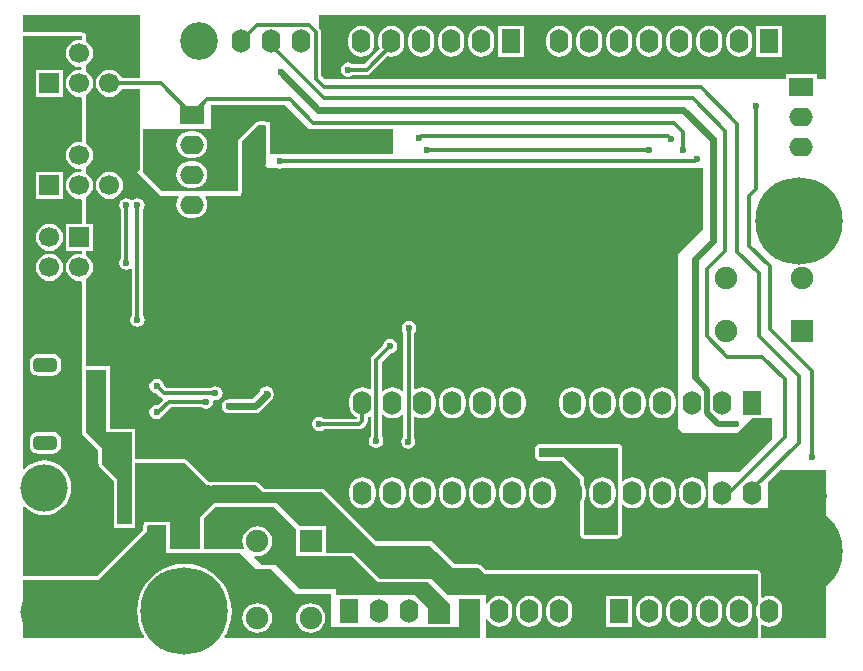
<source format=gbl>
G04 Layer_Physical_Order=2*
G04 Layer_Color=16711680*
%FSLAX44Y44*%
%MOMM*%
G71*
G01*
G75*
%ADD26R,1.9000X1.9000*%
%ADD32C,0.6000*%
%ADD34C,0.3000*%
%ADD36C,0.5000*%
%ADD37C,0.4000*%
%ADD38O,1.6000X2.0000*%
%ADD39R,1.6000X2.0000*%
%ADD40C,3.2000*%
%ADD41C,7.4000*%
%ADD42C,4.0000*%
%ADD43C,1.7000*%
%ADD44R,1.7000X1.7000*%
G04:AMPARAMS|DCode=45|XSize=2mm|YSize=1.2mm|CornerRadius=0.36mm|HoleSize=0mm|Usage=FLASHONLY|Rotation=0.000|XOffset=0mm|YOffset=0mm|HoleType=Round|Shape=RoundedRectangle|*
%AMROUNDEDRECTD45*
21,1,2.0000,0.4800,0,0,0.0*
21,1,1.2800,1.2000,0,0,0.0*
1,1,0.7200,0.6400,-0.2400*
1,1,0.7200,-0.6400,-0.2400*
1,1,0.7200,-0.6400,0.2400*
1,1,0.7200,0.6400,0.2400*
%
%ADD45ROUNDEDRECTD45*%
%ADD46R,2.0000X1.6000*%
%ADD47O,2.0000X1.6000*%
%ADD48C,1.9000*%
%ADD49R,1.9000X1.9000*%
%ADD50C,0.6000*%
G36*
X73000Y230000D02*
X73000Y177000D01*
X80909D01*
X81500Y176882D01*
X82091Y177000D01*
X95000Y177000D01*
Y99000D01*
X94351D01*
X82941Y99000D01*
Y137059D01*
X70000Y150000D01*
X70000Y163000D01*
X56000Y177000D01*
X56000Y230000D01*
X73000Y230000D01*
D02*
G37*
G36*
X234000Y95000D02*
Y72652D01*
X234000Y72652D01*
Y72250D01*
X235000Y72000D01*
X235166Y72000D01*
X282000Y72000D01*
X304000Y50000D01*
X346000Y50000D01*
X365000Y31000D01*
Y15059D01*
X346000D01*
X346000Y28000D01*
X335000Y39000D01*
X268000Y39000D01*
X268000Y44000D01*
X238000D01*
X217000Y65000D01*
X205000D01*
X198781Y71219D01*
X199374Y72422D01*
X201500Y72142D01*
X204763Y72572D01*
X207804Y73831D01*
X210415Y75835D01*
X212419Y78446D01*
X213678Y81487D01*
X214108Y84750D01*
X213678Y88013D01*
X212419Y91054D01*
X210415Y93665D01*
X207804Y95669D01*
X204763Y96928D01*
X201500Y97358D01*
X198237Y96928D01*
X195196Y95669D01*
X192585Y93665D01*
X190581Y91054D01*
X189322Y88013D01*
X188892Y84750D01*
X189322Y81487D01*
X190240Y79270D01*
X189391Y78000D01*
X186296D01*
X186000Y78059D01*
X186000Y78059D01*
X167721D01*
X167523Y78019D01*
X167322Y78033D01*
X167074Y78000D01*
X166926D01*
X166678Y78033D01*
X166477Y78019D01*
X166279Y78059D01*
X156000Y78059D01*
Y104000D01*
X166000Y114000D01*
X215000D01*
X234000Y95000D01*
D02*
G37*
G36*
X102000Y477028D02*
X86747D01*
X86245Y478240D01*
X84402Y480642D01*
X82000Y482485D01*
X79202Y483644D01*
X76200Y484039D01*
X73198Y483644D01*
X70400Y482485D01*
X67998Y480642D01*
X66155Y478240D01*
X64996Y475442D01*
X64601Y472440D01*
X64996Y469438D01*
X66155Y466640D01*
X67998Y464238D01*
X70400Y462395D01*
X73198Y461236D01*
X76200Y460841D01*
X79202Y461236D01*
X82000Y462395D01*
X84402Y464238D01*
X86245Y466640D01*
X86747Y467852D01*
X102000D01*
Y434296D01*
X101941Y434000D01*
X101941Y398941D01*
X100000Y397000D01*
X120000Y377000D01*
X134224D01*
X134786Y375861D01*
X134391Y375347D01*
X133283Y372672D01*
X132905Y369800D01*
X133283Y366928D01*
X134391Y364253D01*
X136155Y361955D01*
X138453Y360191D01*
X141128Y359083D01*
X144000Y358705D01*
X148000D01*
X150872Y359083D01*
X153547Y360191D01*
X155845Y361955D01*
X157608Y364253D01*
X158717Y366928D01*
X159095Y369800D01*
X158717Y372672D01*
X157608Y375347D01*
X157214Y375861D01*
X157776Y377000D01*
X188000D01*
Y379342D01*
X188326Y379829D01*
X188559Y381000D01*
X188559Y415153D01*
X188500Y415448D01*
Y415750D01*
X188251Y417000D01*
X188500Y418251D01*
Y418552D01*
X188559Y418847D01*
Y423233D01*
X202267Y436941D01*
X202682D01*
X202977Y437000D01*
X203278D01*
X203557Y437115D01*
X203852Y437174D01*
X203952Y437241D01*
X205250Y437499D01*
X206548Y437241D01*
X206648Y437174D01*
X206943Y437115D01*
X207222Y437000D01*
X207523Y437000D01*
X207818Y436941D01*
X208043D01*
X208941Y436043D01*
X208941Y413000D01*
X209000Y412705D01*
Y404000D01*
X208000Y403000D01*
X210000Y401000D01*
X217307D01*
X217909Y400598D01*
X220250Y400132D01*
X222591Y400598D01*
X223193Y401000D01*
X579000Y401000D01*
X579000Y349000D01*
X558000Y328000D01*
X558000Y180000D01*
X562000Y176000D01*
X607800Y176000D01*
X621161Y188930D01*
X631650D01*
Y189000D01*
X637000D01*
X637000Y171000D01*
X609000Y143000D01*
X583000Y143000D01*
Y114000D01*
X584000Y113000D01*
X592478D01*
X595250Y112635D01*
X598022Y113000D01*
X617878D01*
X620650Y112635D01*
X623422Y113000D01*
X634000D01*
Y135000D01*
X644000Y145000D01*
X683000D01*
Y3000D01*
X628059D01*
X628059Y13425D01*
X629198Y13987D01*
X629453Y13792D01*
X632128Y12683D01*
X635000Y12305D01*
X637872Y12683D01*
X640547Y13792D01*
X642845Y15555D01*
X644609Y17852D01*
X645717Y20528D01*
X646095Y23400D01*
Y27400D01*
X645717Y30272D01*
X644609Y32947D01*
X642845Y35245D01*
X640547Y37009D01*
X637872Y38117D01*
X635000Y38495D01*
X632128Y38117D01*
X629453Y37009D01*
X629198Y36813D01*
X628059Y37375D01*
X628059Y57000D01*
X627826Y58171D01*
X627163Y59163D01*
X626171Y59826D01*
X625000Y60059D01*
X619295D01*
X619000Y60118D01*
X618705Y60059D01*
X612295D01*
X612000Y60118D01*
X611705Y60059D01*
X417591Y60059D01*
X417295Y60000D01*
X416705D01*
X416409Y60059D01*
X409591Y60059D01*
X409296Y60000D01*
X409006Y60000D01*
X408704Y60000D01*
X408409Y60059D01*
X400591D01*
X400295Y60000D01*
X399705D01*
X399409Y60059D01*
X395107D01*
X394110Y60890D01*
X390000Y65000D01*
X388296D01*
X388000Y65059D01*
X368941D01*
X349000Y85000D01*
X302000Y85000D01*
X258000Y129000D01*
X256295D01*
X256000Y129059D01*
X256000Y129059D01*
X207941Y129059D01*
X203000Y134000D01*
X202326D01*
X202163Y134163D01*
X202163Y134163D01*
X201171Y134826D01*
X200000Y135059D01*
X200000Y135059D01*
X163848Y135059D01*
X163552Y135000D01*
X163251D01*
X162000Y134751D01*
X160749Y135000D01*
X160448D01*
X160296Y135030D01*
X142163Y153163D01*
X142163Y153163D01*
X141171Y153826D01*
X140000Y154059D01*
X140000Y154059D01*
X128591D01*
X128296Y154000D01*
X127704D01*
X127409Y154059D01*
X118591Y154059D01*
X118296Y154000D01*
X118006Y154000D01*
X117704Y154000D01*
X117409Y154059D01*
X108591D01*
X108295Y154000D01*
X107704D01*
X107409Y154059D01*
X98059D01*
Y177000D01*
X98000Y177295D01*
Y180000D01*
X95295D01*
X95000Y180059D01*
X82091Y180059D01*
X81796Y180000D01*
X81205D01*
X80909Y180059D01*
X77000D01*
Y233000D01*
X73295D01*
X73000Y233059D01*
X56059Y233059D01*
Y304327D01*
X56039Y304427D01*
X56052Y304527D01*
X56000Y304722D01*
Y306306D01*
X56600Y306555D01*
X59002Y308398D01*
X60845Y310800D01*
X62004Y313598D01*
X62399Y316600D01*
X62004Y319602D01*
X60845Y322400D01*
X59002Y324802D01*
X56600Y326645D01*
X56000Y326894D01*
Y328478D01*
X56052Y328673D01*
X56039Y328773D01*
X56059Y328873D01*
Y330500D01*
X62300D01*
Y353500D01*
X56059D01*
Y373807D01*
X56039Y373907D01*
X56052Y374007D01*
X56000Y374202D01*
Y375786D01*
X56600Y376035D01*
X59002Y377878D01*
X60845Y380280D01*
X62004Y383078D01*
X62399Y386080D01*
X62004Y389082D01*
X60845Y391880D01*
X59002Y394282D01*
X56600Y396125D01*
X56000Y396374D01*
Y401186D01*
X56600Y401435D01*
X59002Y403278D01*
X60845Y405680D01*
X62004Y408478D01*
X62399Y411480D01*
X62004Y414482D01*
X60845Y417280D01*
X59002Y419682D01*
X56600Y421525D01*
X56000Y421774D01*
Y423358D01*
X56052Y423553D01*
X56039Y423653D01*
X56059Y423753D01*
Y446000D01*
Y460167D01*
X56039Y460267D01*
X56052Y460367D01*
X56000Y460562D01*
Y462146D01*
X56600Y462395D01*
X59002Y464238D01*
X60845Y466640D01*
X62004Y469438D01*
X62399Y472440D01*
X62004Y475442D01*
X60845Y478240D01*
X59002Y480642D01*
X56600Y482485D01*
X56000Y482734D01*
Y487546D01*
X56600Y487795D01*
X59002Y489638D01*
X60845Y492040D01*
X62004Y494838D01*
X62399Y497840D01*
X62004Y500842D01*
X60845Y503640D01*
X59002Y506042D01*
X56600Y507885D01*
X56000Y508134D01*
Y509718D01*
X56052Y509913D01*
X56039Y510013D01*
X56059Y510113D01*
Y512400D01*
X56000Y512696D01*
Y514000D01*
X55000Y515000D01*
X54509D01*
X54170Y515226D01*
X53000Y515459D01*
X3400D01*
X3400Y515459D01*
X3000Y515787D01*
Y530000D01*
X102000D01*
Y477028D01*
D02*
G37*
G36*
X245000Y434000D02*
X316000Y434000D01*
Y413000D01*
X212000Y413000D01*
X212000Y440000D01*
X207818Y440000D01*
X207591Y440152D01*
X205250Y440617D01*
X202909Y440152D01*
X202682Y440000D01*
X201000Y440000D01*
X185500Y424500D01*
Y418847D01*
X185133Y417000D01*
X185500Y415153D01*
X185500Y381000D01*
X121000Y381000D01*
X105000Y397000D01*
X105000Y434000D01*
X162000D01*
X162000Y454000D01*
X225000Y454000D01*
X245000Y434000D01*
D02*
G37*
G36*
X683000Y476000D02*
X675000D01*
Y480000D01*
X649000D01*
Y476000D01*
X259000D01*
X255338Y479662D01*
Y515750D01*
X254989Y517506D01*
X254000Y518986D01*
Y530000D01*
X683000D01*
X683000Y476000D01*
D02*
G37*
G36*
X124000Y75000D02*
X140879D01*
X141600Y74905D01*
X142321Y75000D01*
X166279Y75000D01*
X167000Y74905D01*
X167721Y75000D01*
X186000D01*
X200000Y61000D01*
X213400Y61000D01*
X219000Y55000D01*
X234000Y40000D01*
X264000D01*
Y12000D01*
X372000D01*
Y36000D01*
X390000D01*
Y3000D01*
X174186D01*
X173565Y4108D01*
X175450Y7184D01*
X177860Y13001D01*
X179330Y19123D01*
X179824Y25400D01*
X179330Y31677D01*
X177860Y37799D01*
X175450Y43616D01*
X172161Y48984D01*
X168072Y53772D01*
X163284Y57861D01*
X157916Y61150D01*
X152099Y63560D01*
X145977Y65030D01*
X139700Y65524D01*
X133423Y65030D01*
X127301Y63560D01*
X121484Y61150D01*
X116116Y57861D01*
X111328Y53772D01*
X107239Y48984D01*
X103949Y43616D01*
X101540Y37799D01*
X100070Y31677D01*
X99576Y25400D01*
X100070Y19123D01*
X101540Y13001D01*
X103949Y7184D01*
X105835Y4108D01*
X105214Y3000D01*
X3000D01*
Y52000D01*
X67000Y52000D01*
X108000Y93000D01*
X108000Y98000D01*
X124000D01*
X124000Y75000D01*
D02*
G37*
G36*
X53000Y510113D02*
X52045Y509275D01*
X50800Y509439D01*
X47798Y509044D01*
X45000Y507885D01*
X42598Y506042D01*
X40755Y503640D01*
X39596Y500842D01*
X39201Y497840D01*
X39596Y494838D01*
X40755Y492040D01*
X42598Y489638D01*
X45000Y487795D01*
X47798Y486636D01*
X50800Y486241D01*
X51623Y486349D01*
X52684Y485419D01*
Y484861D01*
X51623Y483931D01*
X50800Y484039D01*
X47798Y483644D01*
X45000Y482485D01*
X42598Y480642D01*
X40755Y478240D01*
X39596Y475442D01*
X39201Y472440D01*
X39596Y469438D01*
X40755Y466640D01*
X42598Y464238D01*
X45000Y462395D01*
X47798Y461236D01*
X50800Y460841D01*
X52045Y461005D01*
X53000Y460167D01*
Y446000D01*
Y423753D01*
X52045Y422915D01*
X50800Y423079D01*
X47798Y422684D01*
X45000Y421525D01*
X42598Y419682D01*
X40755Y417280D01*
X39596Y414482D01*
X39201Y411480D01*
X39596Y408478D01*
X40755Y405680D01*
X42598Y403278D01*
X45000Y401435D01*
X47798Y400276D01*
X50800Y399881D01*
X51623Y399989D01*
X52684Y399059D01*
Y398501D01*
X51623Y397571D01*
X50800Y397679D01*
X47798Y397284D01*
X45000Y396125D01*
X42598Y394282D01*
X40755Y391880D01*
X39596Y389082D01*
X39201Y386080D01*
X39596Y383078D01*
X40755Y380280D01*
X42598Y377878D01*
X45000Y376035D01*
X47798Y374876D01*
X50800Y374481D01*
X52045Y374645D01*
X53000Y373807D01*
Y353500D01*
X39300D01*
Y330500D01*
X53000D01*
Y328873D01*
X52045Y328035D01*
X50800Y328199D01*
X47798Y327804D01*
X45000Y326645D01*
X42598Y324802D01*
X40755Y322400D01*
X39596Y319602D01*
X39201Y316600D01*
X39596Y313598D01*
X40755Y310800D01*
X42598Y308398D01*
X45000Y306555D01*
X47798Y305396D01*
X50800Y305001D01*
X52045Y305165D01*
X53000Y304327D01*
Y230296D01*
X52941Y230000D01*
X52941Y177000D01*
X53000Y176704D01*
Y176000D01*
X53181Y175819D01*
X53837Y174837D01*
X53837Y174837D01*
X66941Y161733D01*
X66941Y150000D01*
X66941Y150000D01*
X67000Y149702D01*
Y148000D01*
X79882Y135118D01*
Y99000D01*
X80000Y98409D01*
Y96000D01*
X82646D01*
X82941Y95941D01*
X95000Y95941D01*
X95295Y96000D01*
X98000D01*
Y98705D01*
X98059Y99000D01*
Y151000D01*
X107409D01*
X108000Y150883D01*
X108591Y151000D01*
X117409D01*
X118000Y150883D01*
X118591Y151000D01*
X127409Y151000D01*
X128000Y150883D01*
X128591Y151000D01*
X140000D01*
X159000Y132000D01*
X160152D01*
X162000Y131632D01*
X163848Y132000D01*
X200000Y132000D01*
X206000Y126000D01*
X256000Y126000D01*
X301000Y81000D01*
X348000Y81000D01*
X353000Y76000D01*
X367000Y62000D01*
X388000D01*
X394000Y57000D01*
X399409D01*
X400000Y56883D01*
X400591Y57000D01*
X408409D01*
X409000Y56883D01*
X409591Y57000D01*
X416409Y57000D01*
X417000Y56883D01*
X417591Y57000D01*
X625000Y57000D01*
X625000Y32002D01*
X624283Y30272D01*
X623905Y27400D01*
Y23400D01*
X624283Y20528D01*
X625000Y18798D01*
X625000Y3000D01*
X395000D01*
Y18859D01*
X396270Y19112D01*
X396791Y17852D01*
X398555Y15555D01*
X400853Y13792D01*
X403528Y12683D01*
X406400Y12305D01*
X409272Y12683D01*
X411948Y13792D01*
X414245Y15555D01*
X416008Y17852D01*
X417117Y20528D01*
X417495Y23400D01*
Y27400D01*
X417117Y30272D01*
X416008Y32947D01*
X414245Y35245D01*
X411948Y37009D01*
X409272Y38117D01*
X406400Y38495D01*
X403528Y38117D01*
X400853Y37009D01*
X398555Y35245D01*
X396791Y32947D01*
X396270Y31688D01*
X395000Y31941D01*
Y39000D01*
X390295D01*
X390000Y39059D01*
X372000D01*
X371704Y39000D01*
X363000D01*
X349000Y53000D01*
X346295Y53000D01*
X346000Y53059D01*
X346000Y53059D01*
X305267Y53059D01*
X284163Y74163D01*
X284163Y74163D01*
X283183Y74818D01*
X283001Y75000D01*
X282296D01*
X282000Y75059D01*
X282000Y75059D01*
X260000Y75059D01*
Y98000D01*
X237000D01*
X218000Y117000D01*
X215296D01*
X215000Y117059D01*
X215000Y117059D01*
X166000D01*
X165704Y117000D01*
X165000D01*
X164819Y116819D01*
X163837Y116163D01*
X163837Y116163D01*
X153837Y106163D01*
X153181Y105181D01*
X153000Y105000D01*
Y104296D01*
X152941Y104000D01*
X152941Y104000D01*
Y78059D01*
X142321D01*
X142123Y78019D01*
X141922Y78033D01*
X141674Y78000D01*
X141526D01*
X141278Y78033D01*
X141077Y78019D01*
X140879Y78059D01*
X127200D01*
Y101000D01*
X124295D01*
X124000Y101059D01*
X108000D01*
X107705Y101000D01*
X105200D01*
Y99209D01*
X105174Y99171D01*
X104941Y98000D01*
X104941Y94267D01*
X65733Y55059D01*
X3000Y55059D01*
Y113793D01*
X4196Y114221D01*
X4658Y113658D01*
X8160Y110784D01*
X12156Y108648D01*
X16491Y107333D01*
X21000Y106889D01*
X25509Y107333D01*
X29844Y108648D01*
X33840Y110784D01*
X37342Y113658D01*
X40216Y117160D01*
X42352Y121156D01*
X43667Y125491D01*
X44111Y130000D01*
X43667Y134509D01*
X42352Y138844D01*
X40216Y142840D01*
X37342Y146342D01*
X33840Y149216D01*
X29844Y151352D01*
X25509Y152667D01*
X21000Y153111D01*
X16491Y152667D01*
X12156Y151352D01*
X8160Y149216D01*
X4658Y146342D01*
X4196Y145779D01*
X3000Y146207D01*
Y512000D01*
X3400Y512400D01*
X53000D01*
Y510113D01*
D02*
G37*
%LPC*%
G36*
X507000Y167059D02*
X440000D01*
X438829Y166826D01*
X437837Y166163D01*
X437174Y165170D01*
X436941Y164000D01*
Y160296D01*
X436883Y160000D01*
X436941Y159705D01*
Y156000D01*
X437174Y154830D01*
X437837Y153837D01*
X438829Y153174D01*
X440000Y152941D01*
X459733D01*
X474941Y137733D01*
Y132936D01*
X475174Y131765D01*
X475987Y129803D01*
X476286Y127529D01*
Y123931D01*
X475987Y121657D01*
X475174Y119695D01*
X474941Y118524D01*
Y90000D01*
X475174Y88829D01*
X475837Y87837D01*
X476829Y87174D01*
X478000Y86941D01*
X506000D01*
X506000Y86941D01*
X507170Y87174D01*
X508163Y87837D01*
X508163Y87837D01*
X509163Y88837D01*
X509826Y89830D01*
X510059Y91000D01*
X510059Y91000D01*
Y115496D01*
X510269Y115567D01*
X511329Y115789D01*
X513503Y114122D01*
X516178Y113013D01*
X519050Y112635D01*
X521922Y113013D01*
X524598Y114122D01*
X526895Y115885D01*
X528658Y118182D01*
X529767Y120858D01*
X530145Y123730D01*
Y127730D01*
X529767Y130602D01*
X528658Y133278D01*
X526895Y135575D01*
X524598Y137338D01*
X521922Y138447D01*
X519050Y138825D01*
X516178Y138447D01*
X513503Y137338D01*
X511329Y135670D01*
X510269Y135893D01*
X510059Y135964D01*
Y164000D01*
X509826Y165170D01*
X509163Y166163D01*
X508171Y166826D01*
X507000Y167059D01*
D02*
G37*
G36*
X544450Y138825D02*
X541578Y138447D01*
X538903Y137338D01*
X536605Y135575D01*
X534841Y133278D01*
X533733Y130602D01*
X533355Y127730D01*
Y123730D01*
X533733Y120858D01*
X534841Y118182D01*
X536605Y115885D01*
X538903Y114122D01*
X541578Y113013D01*
X544450Y112635D01*
X547322Y113013D01*
X549997Y114122D01*
X552295Y115885D01*
X554058Y118182D01*
X555167Y120858D01*
X555545Y123730D01*
Y127730D01*
X555167Y130602D01*
X554058Y133278D01*
X552295Y135575D01*
X549997Y137338D01*
X547322Y138447D01*
X544450Y138825D01*
D02*
G37*
G36*
X569850D02*
X566978Y138447D01*
X564302Y137338D01*
X562005Y135575D01*
X560242Y133278D01*
X559133Y130602D01*
X558755Y127730D01*
Y123730D01*
X559133Y120858D01*
X560242Y118182D01*
X562005Y115885D01*
X564302Y114122D01*
X566978Y113013D01*
X569850Y112635D01*
X572722Y113013D01*
X575397Y114122D01*
X577695Y115885D01*
X579459Y118182D01*
X580567Y120858D01*
X580945Y123730D01*
Y127730D01*
X580567Y130602D01*
X579459Y133278D01*
X577695Y135575D01*
X575397Y137338D01*
X572722Y138447D01*
X569850Y138825D01*
D02*
G37*
G36*
X392050D02*
X389178Y138447D01*
X386502Y137338D01*
X384205Y135575D01*
X382441Y133278D01*
X381333Y130602D01*
X380955Y127730D01*
Y123730D01*
X381333Y120858D01*
X382441Y118182D01*
X384205Y115885D01*
X386502Y114122D01*
X389178Y113013D01*
X392050Y112635D01*
X394922Y113013D01*
X397598Y114122D01*
X399895Y115885D01*
X401659Y118182D01*
X402767Y120858D01*
X403145Y123730D01*
Y127730D01*
X402767Y130602D01*
X401659Y133278D01*
X399895Y135575D01*
X397598Y137338D01*
X394922Y138447D01*
X392050Y138825D01*
D02*
G37*
G36*
X417450D02*
X414578Y138447D01*
X411903Y137338D01*
X409605Y135575D01*
X407841Y133278D01*
X406733Y130602D01*
X406355Y127730D01*
Y123730D01*
X406733Y120858D01*
X407841Y118182D01*
X409605Y115885D01*
X411903Y114122D01*
X414578Y113013D01*
X417450Y112635D01*
X420322Y113013D01*
X422998Y114122D01*
X425295Y115885D01*
X427058Y118182D01*
X428167Y120858D01*
X428545Y123730D01*
Y127730D01*
X428167Y130602D01*
X427058Y133278D01*
X425295Y135575D01*
X422998Y137338D01*
X420322Y138447D01*
X417450Y138825D01*
D02*
G37*
G36*
X442850D02*
X439978Y138447D01*
X437303Y137338D01*
X435005Y135575D01*
X433242Y133278D01*
X432133Y130602D01*
X431755Y127730D01*
Y123730D01*
X432133Y120858D01*
X433242Y118182D01*
X435005Y115885D01*
X437303Y114122D01*
X439978Y113013D01*
X442850Y112635D01*
X445722Y113013D01*
X448397Y114122D01*
X450695Y115885D01*
X452458Y118182D01*
X453567Y120858D01*
X453945Y123730D01*
Y127730D01*
X453567Y130602D01*
X452458Y133278D01*
X450695Y135575D01*
X448397Y137338D01*
X445722Y138447D01*
X442850Y138825D01*
D02*
G37*
G36*
X417450Y215025D02*
X414578Y214647D01*
X411903Y213538D01*
X409605Y211775D01*
X407841Y209478D01*
X406733Y206802D01*
X406355Y203930D01*
Y199930D01*
X406733Y197058D01*
X407841Y194382D01*
X409605Y192085D01*
X411903Y190322D01*
X414578Y189213D01*
X417450Y188835D01*
X420322Y189213D01*
X422998Y190322D01*
X425295Y192085D01*
X427058Y194382D01*
X428167Y197058D01*
X428545Y199930D01*
Y203930D01*
X428167Y206802D01*
X427058Y209478D01*
X425295Y211775D01*
X422998Y213538D01*
X420322Y214647D01*
X417450Y215025D01*
D02*
G37*
G36*
X468250D02*
X465378Y214647D01*
X462702Y213538D01*
X460405Y211775D01*
X458642Y209478D01*
X457533Y206802D01*
X457155Y203930D01*
Y199930D01*
X457533Y197058D01*
X458642Y194382D01*
X460405Y192085D01*
X462702Y190322D01*
X465378Y189213D01*
X468250Y188835D01*
X471122Y189213D01*
X473797Y190322D01*
X476095Y192085D01*
X477859Y194382D01*
X478967Y197058D01*
X479345Y199930D01*
Y203930D01*
X478967Y206802D01*
X477859Y209478D01*
X476095Y211775D01*
X473797Y213538D01*
X471122Y214647D01*
X468250Y215025D01*
D02*
G37*
G36*
X493650D02*
X490778Y214647D01*
X488102Y213538D01*
X485805Y211775D01*
X484041Y209478D01*
X482933Y206802D01*
X482555Y203930D01*
Y199930D01*
X482933Y197058D01*
X484041Y194382D01*
X485805Y192085D01*
X488102Y190322D01*
X490778Y189213D01*
X493650Y188835D01*
X496522Y189213D01*
X499198Y190322D01*
X501495Y192085D01*
X503259Y194382D01*
X504367Y197058D01*
X504745Y199930D01*
Y203930D01*
X504367Y206802D01*
X503259Y209478D01*
X501495Y211775D01*
X499198Y213538D01*
X496522Y214647D01*
X493650Y215025D01*
D02*
G37*
G36*
X366650D02*
X363778Y214647D01*
X361102Y213538D01*
X358805Y211775D01*
X357042Y209478D01*
X355933Y206802D01*
X355555Y203930D01*
Y199930D01*
X355933Y197058D01*
X357042Y194382D01*
X358805Y192085D01*
X361102Y190322D01*
X363778Y189213D01*
X366650Y188835D01*
X369522Y189213D01*
X372197Y190322D01*
X374495Y192085D01*
X376259Y194382D01*
X377367Y197058D01*
X377745Y199930D01*
Y203930D01*
X377367Y206802D01*
X376259Y209478D01*
X374495Y211775D01*
X372197Y213538D01*
X369522Y214647D01*
X366650Y215025D01*
D02*
G37*
G36*
X392050D02*
X389178Y214647D01*
X386502Y213538D01*
X384205Y211775D01*
X382441Y209478D01*
X381333Y206802D01*
X380955Y203930D01*
Y199930D01*
X381333Y197058D01*
X382441Y194382D01*
X384205Y192085D01*
X386502Y190322D01*
X389178Y189213D01*
X392050Y188835D01*
X394922Y189213D01*
X397598Y190322D01*
X399895Y192085D01*
X401659Y194382D01*
X402767Y197058D01*
X403145Y199930D01*
Y203930D01*
X402767Y206802D01*
X401659Y209478D01*
X399895Y211775D01*
X397598Y213538D01*
X394922Y214647D01*
X392050Y215025D01*
D02*
G37*
G36*
X366650Y138825D02*
X363778Y138447D01*
X361102Y137338D01*
X358805Y135575D01*
X357042Y133278D01*
X355933Y130602D01*
X355555Y127730D01*
Y123730D01*
X355933Y120858D01*
X357042Y118182D01*
X358805Y115885D01*
X361102Y114122D01*
X363778Y113013D01*
X366650Y112635D01*
X369522Y113013D01*
X372197Y114122D01*
X374495Y115885D01*
X376259Y118182D01*
X377367Y120858D01*
X377745Y123730D01*
Y127730D01*
X377367Y130602D01*
X376259Y133278D01*
X374495Y135575D01*
X372197Y137338D01*
X369522Y138447D01*
X366650Y138825D01*
D02*
G37*
G36*
X341250D02*
X338378Y138447D01*
X335703Y137338D01*
X333405Y135575D01*
X331642Y133278D01*
X330533Y130602D01*
X330155Y127730D01*
Y123730D01*
X330533Y120858D01*
X331642Y118182D01*
X333405Y115885D01*
X335703Y114122D01*
X338378Y113013D01*
X341250Y112635D01*
X344122Y113013D01*
X346797Y114122D01*
X349095Y115885D01*
X350858Y118182D01*
X351967Y120858D01*
X352345Y123730D01*
Y127730D01*
X351967Y130602D01*
X350858Y133278D01*
X349095Y135575D01*
X346797Y137338D01*
X344122Y138447D01*
X341250Y138825D01*
D02*
G37*
G36*
X290450D02*
X287578Y138447D01*
X284902Y137338D01*
X282605Y135575D01*
X280842Y133278D01*
X279733Y130602D01*
X279355Y127730D01*
Y123730D01*
X279733Y120858D01*
X280842Y118182D01*
X282605Y115885D01*
X284902Y114122D01*
X287578Y113013D01*
X290450Y112635D01*
X293322Y113013D01*
X295998Y114122D01*
X298295Y115885D01*
X300058Y118182D01*
X301167Y120858D01*
X301545Y123730D01*
Y127730D01*
X301167Y130602D01*
X300058Y133278D01*
X298295Y135575D01*
X295998Y137338D01*
X293322Y138447D01*
X290450Y138825D01*
D02*
G37*
G36*
X315850D02*
X312978Y138447D01*
X310303Y137338D01*
X308005Y135575D01*
X306241Y133278D01*
X305133Y130602D01*
X304755Y127730D01*
Y123730D01*
X305133Y120858D01*
X306241Y118182D01*
X308005Y115885D01*
X310303Y114122D01*
X312978Y113013D01*
X315850Y112635D01*
X318722Y113013D01*
X321398Y114122D01*
X323695Y115885D01*
X325458Y118182D01*
X326567Y120858D01*
X326945Y123730D01*
Y127730D01*
X326567Y130602D01*
X325458Y133278D01*
X323695Y135575D01*
X321398Y137338D01*
X318722Y138447D01*
X315850Y138825D01*
D02*
G37*
G36*
X330000Y271368D02*
X327659Y270902D01*
X325674Y269576D01*
X324348Y267591D01*
X323882Y265250D01*
X324348Y262909D01*
X325162Y261691D01*
Y211840D01*
X323959Y211431D01*
X323695Y211775D01*
X321398Y213538D01*
X318722Y214647D01*
X315850Y215025D01*
X312978Y214647D01*
X310303Y213538D01*
X308005Y211775D01*
X307791Y211497D01*
X306588Y211905D01*
Y236099D01*
X314463Y243975D01*
X316341Y244348D01*
X318326Y245674D01*
X319652Y247659D01*
X320117Y250000D01*
X319652Y252341D01*
X318326Y254326D01*
X316341Y255652D01*
X314000Y256117D01*
X311659Y255652D01*
X309674Y254326D01*
X308348Y252341D01*
X307975Y250463D01*
X298756Y241244D01*
X297761Y239756D01*
X297412Y238000D01*
Y213889D01*
X296273Y213327D01*
X295998Y213538D01*
X293322Y214647D01*
X290450Y215025D01*
X287578Y214647D01*
X284902Y213538D01*
X282605Y211775D01*
X280842Y209478D01*
X279733Y206802D01*
X279355Y203930D01*
Y199930D01*
X279733Y197058D01*
X280842Y194382D01*
X282605Y192085D01*
X284902Y190322D01*
X285862Y189924D01*
Y188601D01*
X285849Y188588D01*
X257933D01*
X256341Y189652D01*
X254000Y190117D01*
X251659Y189652D01*
X249674Y188326D01*
X248348Y186341D01*
X247882Y184000D01*
X248348Y181659D01*
X249674Y179674D01*
X251659Y178348D01*
X254000Y177882D01*
X256341Y178348D01*
X257933Y179412D01*
X287750D01*
X289506Y179761D01*
X290994Y180756D01*
X293694Y183456D01*
X294689Y184944D01*
X295038Y186700D01*
Y189924D01*
X295998Y190322D01*
X296273Y190533D01*
X297412Y189971D01*
Y173683D01*
X296348Y172091D01*
X295882Y169750D01*
X296348Y167409D01*
X297674Y165424D01*
X299659Y164098D01*
X302000Y163633D01*
X304341Y164098D01*
X306326Y165424D01*
X307652Y167409D01*
X308118Y169750D01*
X307652Y172091D01*
X306588Y173683D01*
Y191955D01*
X307791Y192363D01*
X308005Y192085D01*
X310303Y190322D01*
X312978Y189213D01*
X315850Y188835D01*
X318722Y189213D01*
X321398Y190322D01*
X323695Y192085D01*
X323959Y192429D01*
X325162Y192020D01*
Y173484D01*
X324924Y173326D01*
X323598Y171341D01*
X323133Y169000D01*
X323598Y166659D01*
X324924Y164674D01*
X326909Y163348D01*
X329250Y162882D01*
X331591Y163348D01*
X333576Y164674D01*
X334902Y166659D01*
X335368Y169000D01*
X334902Y171341D01*
X334338Y172185D01*
Y189933D01*
X335477Y190494D01*
X335703Y190322D01*
X338378Y189213D01*
X341250Y188835D01*
X344122Y189213D01*
X346797Y190322D01*
X349095Y192085D01*
X350858Y194382D01*
X351967Y197058D01*
X352345Y199930D01*
Y203930D01*
X351967Y206802D01*
X350858Y209478D01*
X349095Y211775D01*
X346797Y213538D01*
X344122Y214647D01*
X341250Y215025D01*
X338378Y214647D01*
X335703Y213538D01*
X335477Y213366D01*
X334338Y213927D01*
Y260943D01*
X335652Y262909D01*
X336118Y265250D01*
X335652Y267591D01*
X334326Y269576D01*
X332341Y270902D01*
X330000Y271368D01*
D02*
G37*
G36*
X116250Y222367D02*
X113909Y221902D01*
X111924Y220576D01*
X110598Y218591D01*
X110133Y216250D01*
X110598Y213909D01*
X111924Y211924D01*
X113909Y210598D01*
X115787Y210225D01*
X119256Y206756D01*
X120744Y205761D01*
X121146Y205681D01*
X121564Y204303D01*
X117192Y199930D01*
X116250Y200117D01*
X113909Y199652D01*
X111924Y198326D01*
X110598Y196341D01*
X110133Y194000D01*
X110598Y191659D01*
X111924Y189674D01*
X113909Y188348D01*
X116250Y187882D01*
X118591Y188348D01*
X120576Y189674D01*
X121902Y191659D01*
X121903Y191664D01*
X128651Y198412D01*
X154067D01*
X155659Y197348D01*
X158000Y196882D01*
X160341Y197348D01*
X162326Y198674D01*
X163652Y200659D01*
X164110Y202963D01*
X164206Y203314D01*
X164978Y204086D01*
X166000Y203883D01*
X168341Y204348D01*
X170326Y205674D01*
X171652Y207659D01*
X172118Y210000D01*
X171652Y212341D01*
X170326Y214326D01*
X168341Y215652D01*
X166000Y216118D01*
X163659Y215652D01*
X162067Y214588D01*
X124401D01*
X122275Y216713D01*
X121902Y218591D01*
X120576Y220576D01*
X118591Y221902D01*
X116250Y222367D01*
D02*
G37*
G36*
X519050Y215025D02*
X516178Y214647D01*
X513503Y213538D01*
X511205Y211775D01*
X509441Y209478D01*
X508333Y206802D01*
X507955Y203930D01*
Y199930D01*
X508333Y197058D01*
X509441Y194382D01*
X511205Y192085D01*
X513503Y190322D01*
X516178Y189213D01*
X519050Y188835D01*
X521922Y189213D01*
X524598Y190322D01*
X526895Y192085D01*
X528658Y194382D01*
X529767Y197058D01*
X530145Y199930D01*
Y203930D01*
X529767Y206802D01*
X528658Y209478D01*
X526895Y211775D01*
X524598Y213538D01*
X521922Y214647D01*
X519050Y215025D01*
D02*
G37*
G36*
X544450D02*
X541578Y214647D01*
X538903Y213538D01*
X536605Y211775D01*
X534841Y209478D01*
X533733Y206802D01*
X533355Y203930D01*
Y199930D01*
X533733Y197058D01*
X534841Y194382D01*
X536605Y192085D01*
X538903Y190322D01*
X541578Y189213D01*
X544450Y188835D01*
X547322Y189213D01*
X549997Y190322D01*
X552295Y192085D01*
X554058Y194382D01*
X555167Y197058D01*
X555545Y199930D01*
Y203930D01*
X555167Y206802D01*
X554058Y209478D01*
X552295Y211775D01*
X549997Y213538D01*
X547322Y214647D01*
X544450Y215025D01*
D02*
G37*
G36*
X209250Y215868D02*
X206909Y215402D01*
X204924Y214076D01*
X203598Y212091D01*
X203435Y211273D01*
X197280Y205117D01*
X177500D01*
X175159Y204652D01*
X173174Y203326D01*
X171848Y201341D01*
X171383Y199000D01*
X171848Y196659D01*
X173174Y194674D01*
X175159Y193348D01*
X177500Y192882D01*
X199814D01*
X202155Y193348D01*
X204139Y194674D01*
X213576Y204111D01*
X214902Y206095D01*
X215368Y208436D01*
Y209750D01*
X214902Y212091D01*
X213576Y214076D01*
X211591Y215402D01*
X209250Y215868D01*
D02*
G37*
G36*
X76200Y397679D02*
X73198Y397284D01*
X70400Y396125D01*
X67998Y394282D01*
X66155Y391880D01*
X64996Y389082D01*
X64601Y386080D01*
X64996Y383078D01*
X66155Y380280D01*
X67998Y377878D01*
X70400Y376035D01*
X73198Y374876D01*
X76200Y374481D01*
X79202Y374876D01*
X82000Y376035D01*
X84402Y377878D01*
X86245Y380280D01*
X87404Y383078D01*
X87799Y386080D01*
X87404Y389082D01*
X86245Y391880D01*
X84402Y394282D01*
X82000Y396125D01*
X79202Y397284D01*
X76200Y397679D01*
D02*
G37*
G36*
X100000Y375117D02*
X97659Y374652D01*
X95674Y373326D01*
X94826D01*
X92841Y374652D01*
X90500Y375117D01*
X88159Y374652D01*
X86174Y373326D01*
X84848Y371341D01*
X84382Y369000D01*
X84848Y366659D01*
X85912Y365067D01*
Y324433D01*
X84848Y322841D01*
X84382Y320500D01*
X84848Y318159D01*
X86174Y316174D01*
X88159Y314848D01*
X90500Y314382D01*
X92841Y314848D01*
X94142Y315717D01*
X95412Y315038D01*
Y276183D01*
X94348Y274591D01*
X93883Y272250D01*
X94348Y269909D01*
X95674Y267924D01*
X97659Y266598D01*
X100000Y266133D01*
X102341Y266598D01*
X104326Y267924D01*
X105652Y269909D01*
X106117Y272250D01*
X105652Y274591D01*
X104588Y276183D01*
Y365067D01*
X105652Y366659D01*
X106117Y369000D01*
X105652Y371341D01*
X104326Y373326D01*
X102341Y374652D01*
X100000Y375117D01*
D02*
G37*
%LPD*%
G36*
X507000Y91000D02*
X506000Y90000D01*
X478000D01*
Y118524D01*
X478967Y120858D01*
X479345Y123730D01*
Y127730D01*
X478967Y130602D01*
X478000Y132936D01*
Y139000D01*
X461000Y156000D01*
X440000D01*
Y164000D01*
X507000D01*
Y91000D01*
D02*
G37*
%LPC*%
G36*
X493650Y138825D02*
X490778Y138447D01*
X488102Y137338D01*
X485805Y135575D01*
X484041Y133278D01*
X482933Y130602D01*
X482555Y127730D01*
Y123730D01*
X482933Y120858D01*
X484041Y118182D01*
X485805Y115885D01*
X488102Y114122D01*
X490778Y113013D01*
X493650Y112635D01*
X496522Y113013D01*
X499198Y114122D01*
X501495Y115885D01*
X503259Y118182D01*
X504367Y120858D01*
X504745Y123730D01*
Y127730D01*
X504367Y130602D01*
X503259Y133278D01*
X501495Y135575D01*
X499198Y137338D01*
X496522Y138447D01*
X493650Y138825D01*
D02*
G37*
G36*
X148000Y406295D02*
X144000D01*
X141128Y405917D01*
X138453Y404809D01*
X136155Y403045D01*
X134391Y400747D01*
X133283Y398072D01*
X132905Y395200D01*
X133283Y392328D01*
X134391Y389653D01*
X136155Y387355D01*
X138453Y385592D01*
X141128Y384483D01*
X144000Y384105D01*
X148000D01*
X150872Y384483D01*
X153547Y385592D01*
X155845Y387355D01*
X157608Y389653D01*
X158717Y392328D01*
X159095Y395200D01*
X158717Y398072D01*
X157608Y400747D01*
X155845Y403045D01*
X153547Y404809D01*
X150872Y405917D01*
X148000Y406295D01*
D02*
G37*
G36*
Y431695D02*
X144000D01*
X141128Y431317D01*
X138453Y430209D01*
X136155Y428445D01*
X134391Y426147D01*
X133283Y423472D01*
X132905Y420600D01*
X133283Y417728D01*
X134391Y415053D01*
X136155Y412755D01*
X138453Y410992D01*
X141128Y409883D01*
X144000Y409505D01*
X148000D01*
X150872Y409883D01*
X153547Y410992D01*
X155845Y412755D01*
X157608Y415053D01*
X158717Y417728D01*
X159095Y420600D01*
X158717Y423472D01*
X157608Y426147D01*
X155845Y428445D01*
X153547Y430209D01*
X150872Y431317D01*
X148000Y431695D01*
D02*
G37*
G36*
X391160Y521095D02*
X388288Y520717D01*
X385612Y519608D01*
X383315Y517845D01*
X381552Y515547D01*
X380443Y512872D01*
X380065Y510000D01*
Y506000D01*
X380443Y503128D01*
X381552Y500452D01*
X383315Y498155D01*
X385612Y496391D01*
X388288Y495283D01*
X391160Y494905D01*
X394032Y495283D01*
X396707Y496391D01*
X399005Y498155D01*
X400769Y500452D01*
X401877Y503128D01*
X402255Y506000D01*
Y510000D01*
X401877Y512872D01*
X400769Y515547D01*
X399005Y517845D01*
X396707Y519608D01*
X394032Y520717D01*
X391160Y521095D01*
D02*
G37*
G36*
X457200D02*
X454328Y520717D01*
X451652Y519608D01*
X449355Y517845D01*
X447592Y515547D01*
X446483Y512872D01*
X446105Y510000D01*
Y506000D01*
X446483Y503128D01*
X447592Y500452D01*
X449355Y498155D01*
X451652Y496391D01*
X454328Y495283D01*
X457200Y494905D01*
X460072Y495283D01*
X462747Y496391D01*
X465045Y498155D01*
X466809Y500452D01*
X467917Y503128D01*
X468295Y506000D01*
Y510000D01*
X467917Y512872D01*
X466809Y515547D01*
X465045Y517845D01*
X462747Y519608D01*
X460072Y520717D01*
X457200Y521095D01*
D02*
G37*
G36*
X482600D02*
X479728Y520717D01*
X477052Y519608D01*
X474755Y517845D01*
X472991Y515547D01*
X471883Y512872D01*
X471505Y510000D01*
Y506000D01*
X471883Y503128D01*
X472991Y500452D01*
X474755Y498155D01*
X477052Y496391D01*
X479728Y495283D01*
X482600Y494905D01*
X485472Y495283D01*
X488148Y496391D01*
X490445Y498155D01*
X492209Y500452D01*
X493317Y503128D01*
X493695Y506000D01*
Y510000D01*
X493317Y512872D01*
X492209Y515547D01*
X490445Y517845D01*
X488148Y519608D01*
X485472Y520717D01*
X482600Y521095D01*
D02*
G37*
G36*
X365760D02*
X362888Y520717D01*
X360213Y519608D01*
X357915Y517845D01*
X356152Y515547D01*
X355043Y512872D01*
X354665Y510000D01*
Y506000D01*
X355043Y503128D01*
X356152Y500452D01*
X357915Y498155D01*
X360213Y496391D01*
X362888Y495283D01*
X365760Y494905D01*
X368632Y495283D01*
X371307Y496391D01*
X373605Y498155D01*
X375368Y500452D01*
X376477Y503128D01*
X376855Y506000D01*
Y510000D01*
X376477Y512872D01*
X375368Y515547D01*
X373605Y517845D01*
X371307Y519608D01*
X368632Y520717D01*
X365760Y521095D01*
D02*
G37*
G36*
X289560D02*
X286688Y520717D01*
X284013Y519608D01*
X281715Y517845D01*
X279951Y515547D01*
X278843Y512872D01*
X278465Y510000D01*
Y506000D01*
X278843Y503128D01*
X279951Y500452D01*
X281715Y498155D01*
X284013Y496391D01*
X286688Y495283D01*
X289560Y494905D01*
X292432Y495283D01*
X295107Y496391D01*
X297405Y498155D01*
X299168Y500452D01*
X300277Y503128D01*
X300655Y506000D01*
Y510000D01*
X300277Y512872D01*
X299168Y515547D01*
X297405Y517845D01*
X295107Y519608D01*
X292432Y520717D01*
X289560Y521095D01*
D02*
G37*
G36*
X314960D02*
X312088Y520717D01*
X309412Y519608D01*
X307115Y517845D01*
X305352Y515547D01*
X304243Y512872D01*
X303865Y510000D01*
Y506000D01*
X304243Y503128D01*
X304945Y501434D01*
X292099Y488588D01*
X281933D01*
X280341Y489652D01*
X278000Y490117D01*
X275659Y489652D01*
X273674Y488326D01*
X272348Y486341D01*
X271882Y484000D01*
X272348Y481659D01*
X273674Y479674D01*
X275659Y478348D01*
X278000Y477882D01*
X280341Y478348D01*
X281933Y479412D01*
X294000D01*
X295756Y479761D01*
X297244Y480756D01*
X311864Y495376D01*
X312088Y495283D01*
X314960Y494905D01*
X317832Y495283D01*
X320508Y496391D01*
X322805Y498155D01*
X324568Y500452D01*
X325677Y503128D01*
X326055Y506000D01*
Y510000D01*
X325677Y512872D01*
X324568Y515547D01*
X322805Y517845D01*
X320508Y519608D01*
X317832Y520717D01*
X314960Y521095D01*
D02*
G37*
G36*
X340360D02*
X337488Y520717D01*
X334813Y519608D01*
X332515Y517845D01*
X330751Y515547D01*
X329643Y512872D01*
X329265Y510000D01*
Y506000D01*
X329643Y503128D01*
X330751Y500452D01*
X332515Y498155D01*
X334813Y496391D01*
X337488Y495283D01*
X340360Y494905D01*
X343232Y495283D01*
X345908Y496391D01*
X348205Y498155D01*
X349968Y500452D01*
X351077Y503128D01*
X351455Y506000D01*
Y510000D01*
X351077Y512872D01*
X349968Y515547D01*
X348205Y517845D01*
X345908Y519608D01*
X343232Y520717D01*
X340360Y521095D01*
D02*
G37*
G36*
X609600D02*
X606728Y520717D01*
X604053Y519608D01*
X601755Y517845D01*
X599991Y515547D01*
X598883Y512872D01*
X598505Y510000D01*
Y506000D01*
X598883Y503128D01*
X599991Y500452D01*
X601755Y498155D01*
X604053Y496391D01*
X606728Y495283D01*
X609600Y494905D01*
X612472Y495283D01*
X615148Y496391D01*
X617445Y498155D01*
X619208Y500452D01*
X620317Y503128D01*
X620695Y506000D01*
Y510000D01*
X620317Y512872D01*
X619208Y515547D01*
X617445Y517845D01*
X615148Y519608D01*
X612472Y520717D01*
X609600Y521095D01*
D02*
G37*
G36*
X427560Y521000D02*
X405560D01*
Y495000D01*
X427560D01*
Y521000D01*
D02*
G37*
G36*
X646000D02*
X624000D01*
Y495000D01*
X646000D01*
Y521000D01*
D02*
G37*
G36*
X584200Y521095D02*
X581328Y520717D01*
X578652Y519608D01*
X576355Y517845D01*
X574591Y515547D01*
X573483Y512872D01*
X573105Y510000D01*
Y506000D01*
X573483Y503128D01*
X574591Y500452D01*
X576355Y498155D01*
X578652Y496391D01*
X581328Y495283D01*
X584200Y494905D01*
X587072Y495283D01*
X589748Y496391D01*
X592045Y498155D01*
X593809Y500452D01*
X594917Y503128D01*
X595295Y506000D01*
Y510000D01*
X594917Y512872D01*
X593809Y515547D01*
X592045Y517845D01*
X589748Y519608D01*
X587072Y520717D01*
X584200Y521095D01*
D02*
G37*
G36*
X508000D02*
X505128Y520717D01*
X502453Y519608D01*
X500155Y517845D01*
X498391Y515547D01*
X497283Y512872D01*
X496905Y510000D01*
Y506000D01*
X497283Y503128D01*
X498391Y500452D01*
X500155Y498155D01*
X502453Y496391D01*
X505128Y495283D01*
X508000Y494905D01*
X510872Y495283D01*
X513548Y496391D01*
X515845Y498155D01*
X517608Y500452D01*
X518717Y503128D01*
X519095Y506000D01*
Y510000D01*
X518717Y512872D01*
X517608Y515547D01*
X515845Y517845D01*
X513548Y519608D01*
X510872Y520717D01*
X508000Y521095D01*
D02*
G37*
G36*
X533400D02*
X530528Y520717D01*
X527853Y519608D01*
X525555Y517845D01*
X523792Y515547D01*
X522683Y512872D01*
X522305Y510000D01*
Y506000D01*
X522683Y503128D01*
X523792Y500452D01*
X525555Y498155D01*
X527853Y496391D01*
X530528Y495283D01*
X533400Y494905D01*
X536272Y495283D01*
X538947Y496391D01*
X541245Y498155D01*
X543008Y500452D01*
X544117Y503128D01*
X544495Y506000D01*
Y510000D01*
X544117Y512872D01*
X543008Y515547D01*
X541245Y517845D01*
X538947Y519608D01*
X536272Y520717D01*
X533400Y521095D01*
D02*
G37*
G36*
X558800D02*
X555928Y520717D01*
X553252Y519608D01*
X550955Y517845D01*
X549192Y515547D01*
X548083Y512872D01*
X547705Y510000D01*
Y506000D01*
X548083Y503128D01*
X549192Y500452D01*
X550955Y498155D01*
X553252Y496391D01*
X555928Y495283D01*
X558800Y494905D01*
X561672Y495283D01*
X564347Y496391D01*
X566645Y498155D01*
X568409Y500452D01*
X569517Y503128D01*
X569895Y506000D01*
Y510000D01*
X569517Y512872D01*
X568409Y515547D01*
X566645Y517845D01*
X564347Y519608D01*
X561672Y520717D01*
X558800Y521095D01*
D02*
G37*
G36*
X246500Y32358D02*
X243237Y31928D01*
X240196Y30669D01*
X237585Y28665D01*
X235581Y26054D01*
X234322Y23013D01*
X233892Y19750D01*
X234322Y16487D01*
X235581Y13446D01*
X237585Y10835D01*
X240196Y8831D01*
X243237Y7572D01*
X246500Y7142D01*
X249763Y7572D01*
X252804Y8831D01*
X255415Y10835D01*
X257419Y13446D01*
X258678Y16487D01*
X259108Y19750D01*
X258678Y23013D01*
X257419Y26054D01*
X255415Y28665D01*
X252804Y30669D01*
X249763Y31928D01*
X246500Y32358D01*
D02*
G37*
G36*
X201500D02*
X198237Y31928D01*
X195196Y30669D01*
X192585Y28665D01*
X190581Y26054D01*
X189322Y23013D01*
X188892Y19750D01*
X189322Y16487D01*
X190581Y13446D01*
X192585Y10835D01*
X195196Y8831D01*
X198237Y7572D01*
X201500Y7142D01*
X204763Y7572D01*
X207804Y8831D01*
X210415Y10835D01*
X212419Y13446D01*
X213678Y16487D01*
X214108Y19750D01*
X213678Y23013D01*
X212419Y26054D01*
X210415Y28665D01*
X207804Y30669D01*
X204763Y31928D01*
X201500Y32358D01*
D02*
G37*
G36*
X28395Y177057D02*
X15595D01*
X13872Y176830D01*
X12266Y176165D01*
X10888Y175107D01*
X9830Y173728D01*
X9165Y172123D01*
X8938Y170400D01*
Y165600D01*
X9165Y163877D01*
X9830Y162271D01*
X10888Y160893D01*
X12266Y159835D01*
X13872Y159170D01*
X15595Y158943D01*
X28395D01*
X30118Y159170D01*
X31723Y159835D01*
X33102Y160893D01*
X34160Y162271D01*
X34825Y163877D01*
X35052Y165600D01*
Y170400D01*
X34825Y172123D01*
X34160Y173728D01*
X33102Y175107D01*
X31723Y176165D01*
X30118Y176830D01*
X28395Y177057D01*
D02*
G37*
G36*
X519000Y38400D02*
X497000D01*
Y12400D01*
X519000D01*
Y38400D01*
D02*
G37*
G36*
X431800Y38495D02*
X428928Y38117D01*
X426253Y37009D01*
X423955Y35245D01*
X422192Y32947D01*
X421083Y30272D01*
X420705Y27400D01*
Y23400D01*
X421083Y20528D01*
X422192Y17852D01*
X423955Y15555D01*
X426253Y13792D01*
X428928Y12683D01*
X431800Y12305D01*
X434672Y12683D01*
X437347Y13792D01*
X439645Y15555D01*
X441409Y17852D01*
X442517Y20528D01*
X442895Y23400D01*
Y27400D01*
X442517Y30272D01*
X441409Y32947D01*
X439645Y35245D01*
X437347Y37009D01*
X434672Y38117D01*
X431800Y38495D01*
D02*
G37*
G36*
X558800D02*
X555928Y38117D01*
X553252Y37009D01*
X550955Y35245D01*
X549192Y32947D01*
X548083Y30272D01*
X547705Y27400D01*
Y23400D01*
X548083Y20528D01*
X549192Y17852D01*
X550955Y15555D01*
X553252Y13792D01*
X555928Y12683D01*
X558800Y12305D01*
X561672Y12683D01*
X564347Y13792D01*
X566645Y15555D01*
X568409Y17852D01*
X569517Y20528D01*
X569895Y23400D01*
Y27400D01*
X569517Y30272D01*
X568409Y32947D01*
X566645Y35245D01*
X564347Y37009D01*
X561672Y38117D01*
X558800Y38495D01*
D02*
G37*
G36*
X584200D02*
X581328Y38117D01*
X578652Y37009D01*
X576355Y35245D01*
X574591Y32947D01*
X573483Y30272D01*
X573105Y27400D01*
Y23400D01*
X573483Y20528D01*
X574591Y17852D01*
X576355Y15555D01*
X578652Y13792D01*
X581328Y12683D01*
X584200Y12305D01*
X587072Y12683D01*
X589748Y13792D01*
X592045Y15555D01*
X593809Y17852D01*
X594917Y20528D01*
X595295Y23400D01*
Y27400D01*
X594917Y30272D01*
X593809Y32947D01*
X592045Y35245D01*
X589748Y37009D01*
X587072Y38117D01*
X584200Y38495D01*
D02*
G37*
G36*
X609600D02*
X606728Y38117D01*
X604053Y37009D01*
X601755Y35245D01*
X599991Y32947D01*
X598883Y30272D01*
X598505Y27400D01*
Y23400D01*
X598883Y20528D01*
X599991Y17852D01*
X601755Y15555D01*
X604053Y13792D01*
X606728Y12683D01*
X609600Y12305D01*
X612472Y12683D01*
X615148Y13792D01*
X617445Y15555D01*
X619208Y17852D01*
X620317Y20528D01*
X620695Y23400D01*
Y27400D01*
X620317Y30272D01*
X619208Y32947D01*
X617445Y35245D01*
X615148Y37009D01*
X612472Y38117D01*
X609600Y38495D01*
D02*
G37*
G36*
X533400D02*
X530528Y38117D01*
X527853Y37009D01*
X525555Y35245D01*
X523792Y32947D01*
X522683Y30272D01*
X522305Y27400D01*
Y23400D01*
X522683Y20528D01*
X523792Y17852D01*
X525555Y15555D01*
X527853Y13792D01*
X530528Y12683D01*
X533400Y12305D01*
X536272Y12683D01*
X538947Y13792D01*
X541245Y15555D01*
X543008Y17852D01*
X544117Y20528D01*
X544495Y23400D01*
Y27400D01*
X544117Y30272D01*
X543008Y32947D01*
X541245Y35245D01*
X538947Y37009D01*
X536272Y38117D01*
X533400Y38495D01*
D02*
G37*
G36*
X457200D02*
X454328Y38117D01*
X451652Y37009D01*
X449355Y35245D01*
X447592Y32947D01*
X446483Y30272D01*
X446105Y27400D01*
Y23400D01*
X446483Y20528D01*
X447592Y17852D01*
X449355Y15555D01*
X451652Y13792D01*
X454328Y12683D01*
X457200Y12305D01*
X460072Y12683D01*
X462747Y13792D01*
X465045Y15555D01*
X466809Y17852D01*
X467917Y20528D01*
X468295Y23400D01*
Y27400D01*
X467917Y30272D01*
X466809Y32947D01*
X465045Y35245D01*
X462747Y37009D01*
X460072Y38117D01*
X457200Y38495D01*
D02*
G37*
G36*
X36900Y483940D02*
X13900D01*
Y460940D01*
X36900D01*
Y483940D01*
D02*
G37*
G36*
X28395Y243057D02*
X15595D01*
X13872Y242830D01*
X12266Y242165D01*
X10888Y241107D01*
X9830Y239729D01*
X9165Y238123D01*
X8938Y236400D01*
Y231600D01*
X9165Y229877D01*
X9830Y228272D01*
X10888Y226893D01*
X12266Y225835D01*
X13872Y225170D01*
X15595Y224943D01*
X28395D01*
X30118Y225170D01*
X31723Y225835D01*
X33102Y226893D01*
X34160Y228272D01*
X34825Y229877D01*
X35052Y231600D01*
Y236400D01*
X34825Y238123D01*
X34160Y239729D01*
X33102Y241107D01*
X31723Y242165D01*
X30118Y242830D01*
X28395Y243057D01*
D02*
G37*
G36*
X25400Y328199D02*
X22398Y327804D01*
X19600Y326645D01*
X17198Y324802D01*
X15355Y322400D01*
X14196Y319602D01*
X13801Y316600D01*
X14196Y313598D01*
X15355Y310800D01*
X17198Y308398D01*
X19600Y306555D01*
X22398Y305396D01*
X25400Y305001D01*
X28402Y305396D01*
X31200Y306555D01*
X33602Y308398D01*
X35445Y310800D01*
X36604Y313598D01*
X36999Y316600D01*
X36604Y319602D01*
X35445Y322400D01*
X33602Y324802D01*
X31200Y326645D01*
X28402Y327804D01*
X25400Y328199D01*
D02*
G37*
G36*
Y353599D02*
X22398Y353204D01*
X19600Y352045D01*
X17198Y350202D01*
X15355Y347800D01*
X14196Y345002D01*
X13801Y342000D01*
X14196Y338998D01*
X15355Y336200D01*
X17198Y333798D01*
X19600Y331955D01*
X22398Y330796D01*
X25400Y330401D01*
X28402Y330796D01*
X31200Y331955D01*
X33602Y333798D01*
X35445Y336200D01*
X36604Y338998D01*
X36999Y342000D01*
X36604Y345002D01*
X35445Y347800D01*
X33602Y350202D01*
X31200Y352045D01*
X28402Y353204D01*
X25400Y353599D01*
D02*
G37*
G36*
X36900Y397580D02*
X13900D01*
Y374580D01*
X36900D01*
Y397580D01*
D02*
G37*
%LPD*%
D26*
X246500Y84750D02*
D03*
D32*
X587000Y339000D02*
Y425000D01*
X572000Y324000D02*
X587000Y339000D01*
X572000Y223500D02*
Y324000D01*
X199814Y199000D02*
X209250Y208436D01*
Y209750D01*
X177500Y199000D02*
X199814D01*
X221250Y481750D02*
X253000Y450000D01*
X562000D01*
X587000Y425000D01*
D34*
X597750Y330750D02*
Y432250D01*
X582000Y315000D02*
X597750Y330750D01*
X582000Y258250D02*
Y315000D01*
Y258250D02*
X599500Y240750D01*
X314960Y504960D02*
Y508000D01*
X294000Y484000D02*
X314960Y504960D01*
X278000Y484000D02*
X294000D01*
X117750Y194000D02*
X126750Y203000D01*
X158000D01*
X122500Y210000D02*
X166000D01*
X165000Y211000D02*
X166000Y210000D01*
X116250Y216250D02*
X122500Y210000D01*
X146000Y446000D02*
X159000Y459000D01*
X599500Y240750D02*
X629000D01*
X90500Y320500D02*
Y369000D01*
X100000Y272250D02*
Y369000D01*
X290450Y186700D02*
Y201930D01*
X287750Y184000D02*
X290450Y186700D01*
X254000Y184000D02*
X287750D01*
X116250Y194000D02*
X117750D01*
X620650Y125730D02*
Y128650D01*
X245000Y521500D02*
X250750Y515750D01*
X187960Y508000D02*
X201460Y521500D01*
X245000D01*
X250750Y476250D02*
Y515750D01*
X345000Y416000D02*
X533000D01*
X76200Y472440D02*
X119560D01*
X146000Y446000D01*
X159000Y459000D02*
X229000D01*
X249000Y439000D01*
X220250Y406250D02*
X572250D01*
X574000Y408000D01*
X213360Y504640D02*
Y508000D01*
Y504640D02*
X258000Y460000D01*
X250750Y476250D02*
X258000Y469000D01*
X249000Y439000D02*
X554000D01*
X258000Y460000D02*
X570000D01*
X597750Y432250D01*
X258000Y469000D02*
X577000D01*
X608000Y438000D01*
X618000Y334821D02*
X635250Y317571D01*
X608000Y330000D02*
Y438000D01*
Y330000D02*
X626000Y312000D01*
Y258750D02*
Y312000D01*
X635250Y264750D02*
Y317571D01*
Y264750D02*
X670750Y229250D01*
Y156250D02*
Y229250D01*
X618000Y334821D02*
Y377000D01*
X623750Y382750D01*
Y453250D01*
X620650Y128650D02*
X660000Y168000D01*
Y224750D01*
X626000Y258750D02*
X660000Y224750D01*
X629000Y240750D02*
X648000Y221750D01*
X595250Y125730D02*
X600730D01*
X648000Y173000D01*
Y221750D01*
X562000Y416000D02*
Y431000D01*
X554000Y439000D02*
X562000Y431000D01*
X338000Y426000D02*
X340000Y428000D01*
X549000D01*
X552000Y425000D01*
X329750Y265000D02*
X330000Y265250D01*
X329250Y169000D02*
X329750Y169500D01*
Y265000D01*
X302000Y238000D02*
X314000Y250000D01*
X302000Y169750D02*
Y238000D01*
D36*
X572000Y223500D02*
X582500Y213000D01*
X591500Y184000D02*
X607000D01*
X582500Y193000D02*
X591500Y184000D01*
X582500Y193000D02*
Y213000D01*
D37*
X443000Y160000D02*
X443250Y159750D01*
D38*
X290450Y125730D02*
D03*
X315850D02*
D03*
X341250D02*
D03*
X366650D02*
D03*
X392050D02*
D03*
X417450D02*
D03*
X442850D02*
D03*
X468250D02*
D03*
X493650D02*
D03*
X519050D02*
D03*
X544450D02*
D03*
X569850D02*
D03*
X595250D02*
D03*
X620650D02*
D03*
X290450Y201930D02*
D03*
X315850D02*
D03*
X341250D02*
D03*
X366650D02*
D03*
X392050D02*
D03*
X417450D02*
D03*
X442850D02*
D03*
X468250D02*
D03*
X493650D02*
D03*
X519050D02*
D03*
X544450D02*
D03*
X569850D02*
D03*
X595250D02*
D03*
X304800Y25400D02*
D03*
X330200D02*
D03*
X355600D02*
D03*
X381000D02*
D03*
X406400D02*
D03*
X431800D02*
D03*
X457200D02*
D03*
X533400D02*
D03*
X558800D02*
D03*
X584200D02*
D03*
X609600D02*
D03*
X635000D02*
D03*
X609600Y508000D02*
D03*
X584200D02*
D03*
X558800D02*
D03*
X533400D02*
D03*
X508000D02*
D03*
X482600D02*
D03*
X457200D02*
D03*
X187960D02*
D03*
X213360D02*
D03*
X238760D02*
D03*
X264160D02*
D03*
X289560D02*
D03*
X314960D02*
D03*
X340360D02*
D03*
X365760D02*
D03*
X391160D02*
D03*
X141600Y88000D02*
D03*
X167000D02*
D03*
D39*
X620650Y201930D02*
D03*
X279400Y25400D02*
D03*
X508000D02*
D03*
X635000Y508000D02*
D03*
X416560D02*
D03*
X116200Y88000D02*
D03*
D40*
X152400Y508000D02*
D03*
D41*
X660400Y355600D02*
D03*
Y76200D02*
D03*
X139700Y25400D02*
D03*
D42*
X21000Y130000D02*
D03*
Y25000D02*
D03*
D43*
X76200Y497840D02*
D03*
X50800D02*
D03*
X25400D02*
D03*
X76200Y472440D02*
D03*
X50800D02*
D03*
X76200Y411480D02*
D03*
X50800D02*
D03*
X25400D02*
D03*
X76200Y386080D02*
D03*
X50800D02*
D03*
X25400Y342000D02*
D03*
X50800Y316600D02*
D03*
X25400D02*
D03*
D44*
Y472440D02*
D03*
Y386080D02*
D03*
X50800Y342000D02*
D03*
D45*
X21995Y234000D02*
D03*
Y168000D02*
D03*
D46*
X662000Y469000D02*
D03*
X146000Y446000D02*
D03*
D47*
X662000Y443600D02*
D03*
Y418200D02*
D03*
X146000Y420600D02*
D03*
Y395200D02*
D03*
Y369800D02*
D03*
D48*
X663000Y308000D02*
D03*
X598000D02*
D03*
Y263000D02*
D03*
X246500Y19750D02*
D03*
X201500D02*
D03*
Y84750D02*
D03*
D49*
X663000Y263000D02*
D03*
D50*
X575000Y380000D02*
D03*
Y389000D02*
D03*
X619000Y54000D02*
D03*
X612000D02*
D03*
X468000Y86000D02*
D03*
X403000Y111000D02*
D03*
X400000Y63000D02*
D03*
X409000D02*
D03*
X322000D02*
D03*
X115000Y413000D02*
D03*
Y404000D02*
D03*
X199000Y211000D02*
D03*
X158000Y203000D02*
D03*
X166000Y210000D02*
D03*
X63000Y444000D02*
D03*
X316000Y57000D02*
D03*
X124250Y174750D02*
D03*
X78750Y293250D02*
D03*
X442500Y220000D02*
D03*
X478750Y258250D02*
D03*
X394750Y257500D02*
D03*
X108500Y252250D02*
D03*
X138750Y221500D02*
D03*
X150000Y273000D02*
D03*
X176000Y208000D02*
D03*
X235250Y199500D02*
D03*
X270750Y239750D02*
D03*
X221750Y249000D02*
D03*
X182250Y287500D02*
D03*
X218000Y333250D02*
D03*
X272000Y346000D02*
D03*
X205250Y434500D02*
D03*
X191250Y417000D02*
D03*
X54750Y522000D02*
D03*
X575000Y398000D02*
D03*
X631250Y183500D02*
D03*
X633500Y172250D02*
D03*
X681000Y123000D02*
D03*
X456000Y113000D02*
D03*
X396500Y76000D02*
D03*
X417000Y63000D02*
D03*
X191750Y140500D02*
D03*
X233000Y132750D02*
D03*
X210000Y132250D02*
D03*
X162000Y137750D02*
D03*
X81750Y250500D02*
D03*
Y227000D02*
D03*
X81500Y183000D02*
D03*
X309750Y419000D02*
D03*
X229500Y444500D02*
D03*
X177500Y418500D02*
D03*
X126000Y406750D02*
D03*
X10000Y284750D02*
D03*
X41250Y285250D02*
D03*
X147250Y138250D02*
D03*
X291250Y76500D02*
D03*
X468500Y43000D02*
D03*
X448000Y43250D02*
D03*
X90500Y320500D02*
D03*
Y369000D02*
D03*
X100000D02*
D03*
Y272250D02*
D03*
X254000Y184000D02*
D03*
X481500Y93250D02*
D03*
X443000Y160000D02*
D03*
X209250Y209750D02*
D03*
X177500Y199000D02*
D03*
X88000Y111000D02*
D03*
Y103000D02*
D03*
X59750Y218750D02*
D03*
Y226250D02*
D03*
X116250Y216250D02*
D03*
Y194000D02*
D03*
X278000Y484000D02*
D03*
X221250Y481750D02*
D03*
X220250Y406250D02*
D03*
X533000Y416000D02*
D03*
X338000Y426000D02*
D03*
X670750Y156250D02*
D03*
X623750Y453250D02*
D03*
X329250Y169000D02*
D03*
X330000Y265250D02*
D03*
X302000Y169750D02*
D03*
X607000Y184000D02*
D03*
X345000Y416000D02*
D03*
X574000Y408000D02*
D03*
X304000Y89000D02*
D03*
X371000Y73000D02*
D03*
X562000Y416000D02*
D03*
X552000Y425000D02*
D03*
X314000Y250000D02*
D03*
X406000Y389000D02*
D03*
X413000Y396000D02*
D03*
Y389000D02*
D03*
X406000Y396000D02*
D03*
X407000Y487000D02*
D03*
X414000Y480000D02*
D03*
Y487000D02*
D03*
X407000Y480000D02*
D03*
X140000Y185000D02*
D03*
Y177000D02*
D03*
Y169000D02*
D03*
X128000Y157000D02*
D03*
X118000D02*
D03*
X108000D02*
D03*
X118000Y167000D02*
D03*
M02*

</source>
